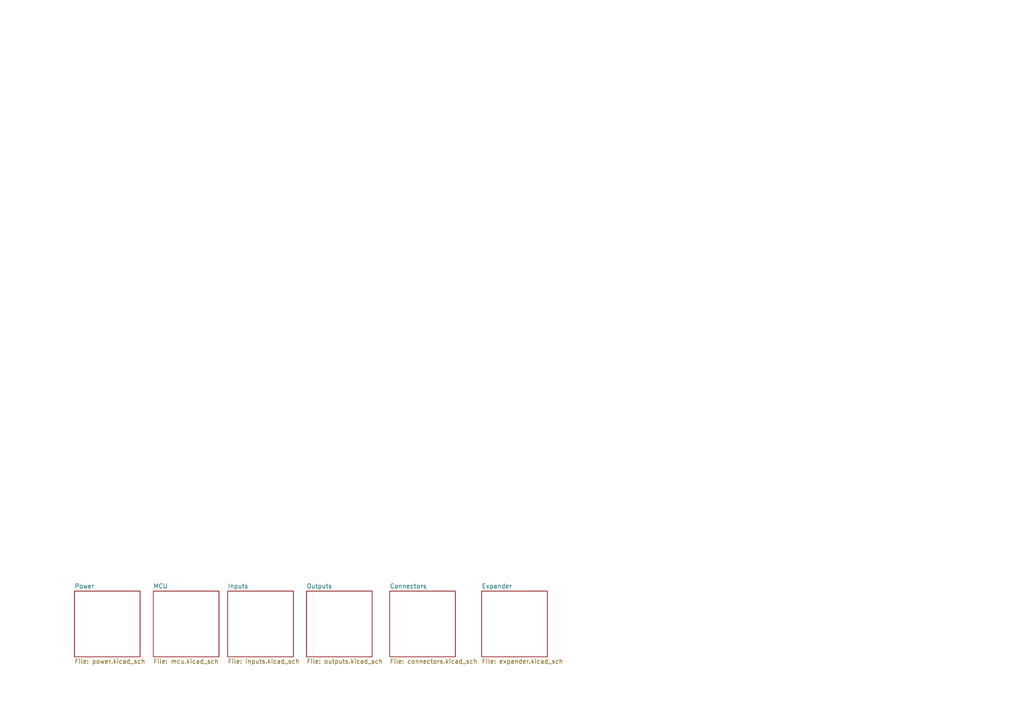
<source format=kicad_sch>
(kicad_sch (version 20211123) (generator eeschema)

  (uuid 9ad47c6e-d6b5-4ada-bb2f-5038e8081860)

  (paper "A4")

  (lib_symbols
  )


  (sheet (at 139.7 171.45) (size 19.05 19.05) (fields_autoplaced)
    (stroke (width 0.1524) (type solid) (color 0 0 0 0))
    (fill (color 0 0 0 0.0000))
    (uuid 710473eb-55c1-4327-8624-68f5f55162cf)
    (property "Sheet name" "Expander" (id 0) (at 139.7 170.7384 0)
      (effects (font (size 1.27 1.27)) (justify left bottom))
    )
    (property "Sheet file" "expander.kicad_sch" (id 1) (at 139.7 191.0846 0)
      (effects (font (size 1.27 1.27)) (justify left top))
    )
  )

  (sheet (at 66.04 171.45) (size 19.05 19.05) (fields_autoplaced)
    (stroke (width 0.1524) (type solid) (color 0 0 0 0))
    (fill (color 0 0 0 0.0000))
    (uuid 8d3ecefe-93d7-4df8-9de4-8c9748d6b0cf)
    (property "Sheet name" "Inputs" (id 0) (at 66.04 170.7384 0)
      (effects (font (size 1.27 1.27)) (justify left bottom))
    )
    (property "Sheet file" "inputs.kicad_sch" (id 1) (at 66.04 191.0846 0)
      (effects (font (size 1.27 1.27)) (justify left top))
    )
  )

  (sheet (at 44.45 171.45) (size 19.05 19.05) (fields_autoplaced)
    (stroke (width 0.1524) (type solid) (color 0 0 0 0))
    (fill (color 0 0 0 0.0000))
    (uuid 9b95e2f0-ee5f-419d-8e33-7dc2ad2b430a)
    (property "Sheet name" "MCU" (id 0) (at 44.45 170.7384 0)
      (effects (font (size 1.27 1.27)) (justify left bottom))
    )
    (property "Sheet file" "mcu.kicad_sch" (id 1) (at 44.45 191.0846 0)
      (effects (font (size 1.27 1.27)) (justify left top))
    )
  )

  (sheet (at 88.9 171.45) (size 19.05 19.05) (fields_autoplaced)
    (stroke (width 0.1524) (type solid) (color 0 0 0 0))
    (fill (color 0 0 0 0.0000))
    (uuid a030b28a-5d5f-41ce-9ce5-f04c98b326b6)
    (property "Sheet name" "Outputs" (id 0) (at 88.9 170.7384 0)
      (effects (font (size 1.27 1.27)) (justify left bottom))
    )
    (property "Sheet file" "outputs.kicad_sch" (id 1) (at 88.9 191.0846 0)
      (effects (font (size 1.27 1.27)) (justify left top))
    )
  )

  (sheet (at 21.59 171.45) (size 19.05 19.05) (fields_autoplaced)
    (stroke (width 0.1524) (type solid) (color 0 0 0 0))
    (fill (color 0 0 0 0.0000))
    (uuid abdbf003-0638-4f96-be56-29ad0165f3ee)
    (property "Sheet name" "Power" (id 0) (at 21.59 170.7384 0)
      (effects (font (size 1.27 1.27)) (justify left bottom))
    )
    (property "Sheet file" "power.kicad_sch" (id 1) (at 21.59 191.0846 0)
      (effects (font (size 1.27 1.27)) (justify left top))
    )
  )

  (sheet (at 113.03 171.45) (size 19.05 19.05) (fields_autoplaced)
    (stroke (width 0.1524) (type solid) (color 0 0 0 0))
    (fill (color 0 0 0 0.0000))
    (uuid b20559f4-779d-4a21-b727-9b98b41f997e)
    (property "Sheet name" "Connectors" (id 0) (at 113.03 170.7384 0)
      (effects (font (size 1.27 1.27)) (justify left bottom))
    )
    (property "Sheet file" "connectors.kicad_sch" (id 1) (at 113.03 191.0846 0)
      (effects (font (size 1.27 1.27)) (justify left top))
    )
  )

  (sheet_instances
    (path "/" (page "1"))
    (path "/9b95e2f0-ee5f-419d-8e33-7dc2ad2b430a" (page "2"))
    (path "/abdbf003-0638-4f96-be56-29ad0165f3ee" (page "3"))
    (path "/710473eb-55c1-4327-8624-68f5f55162cf" (page "4"))
    (path "/b20559f4-779d-4a21-b727-9b98b41f997e" (page "5"))
    (path "/8d3ecefe-93d7-4df8-9de4-8c9748d6b0cf" (page "6"))
    (path "/a030b28a-5d5f-41ce-9ce5-f04c98b326b6" (page "7"))
  )

  (symbol_instances
    (path "/9b95e2f0-ee5f-419d-8e33-7dc2ad2b430a/a195f325-8ee9-4d61-895a-cb3a71787401"
      (reference "#PWR0101") (unit 1) (value "GND") (footprint "")
    )
    (path "/9b95e2f0-ee5f-419d-8e33-7dc2ad2b430a/bcd9545c-7207-4a23-b6c5-48963821331e"
      (reference "#PWR0102") (unit 1) (value "GND") (footprint "")
    )
    (path "/9b95e2f0-ee5f-419d-8e33-7dc2ad2b430a/21472de1-625b-4dc7-b902-5fc59217f780"
      (reference "#PWR0103") (unit 1) (value "GND") (footprint "")
    )
    (path "/9b95e2f0-ee5f-419d-8e33-7dc2ad2b430a/843f6efc-aaac-4125-bc0b-75c8bf76a785"
      (reference "#PWR0104") (unit 1) (value "GND") (footprint "")
    )
    (path "/9b95e2f0-ee5f-419d-8e33-7dc2ad2b430a/3c66bcd1-98a8-465c-8fbd-869e5f69e216"
      (reference "#PWR0105") (unit 1) (value "GND") (footprint "")
    )
    (path "/9b95e2f0-ee5f-419d-8e33-7dc2ad2b430a/9d5d02b3-bb64-4c92-9221-88e3c2e03548"
      (reference "#PWR0106") (unit 1) (value "+5V") (footprint "")
    )
    (path "/9b95e2f0-ee5f-419d-8e33-7dc2ad2b430a/7929bd09-a0c6-47ce-9791-060651c38d4c"
      (reference "#PWR0107") (unit 1) (value "GND") (footprint "")
    )
    (path "/9b95e2f0-ee5f-419d-8e33-7dc2ad2b430a/9e5103d8-7cda-4b90-809c-1fa724db98b3"
      (reference "#PWR0108") (unit 1) (value "GND") (footprint "")
    )
    (path "/9b95e2f0-ee5f-419d-8e33-7dc2ad2b430a/0129e044-0161-45a4-8b27-869ec8978937"
      (reference "#PWR0109") (unit 1) (value "GND") (footprint "")
    )
    (path "/9b95e2f0-ee5f-419d-8e33-7dc2ad2b430a/602f6b0c-f11e-403b-a1b6-b696124fcdca"
      (reference "#PWR0110") (unit 1) (value "+5V") (footprint "")
    )
    (path "/9b95e2f0-ee5f-419d-8e33-7dc2ad2b430a/1695bc3d-b55d-4168-9915-495d7146482f"
      (reference "#PWR0111") (unit 1) (value "GND") (footprint "")
    )
    (path "/9b95e2f0-ee5f-419d-8e33-7dc2ad2b430a/0d012c68-224e-4dba-b218-0daa13aa385d"
      (reference "#PWR0112") (unit 1) (value "GND") (footprint "")
    )
    (path "/9b95e2f0-ee5f-419d-8e33-7dc2ad2b430a/1c6e716f-e951-4c87-89e0-9ea9809e98ce"
      (reference "#PWR0113") (unit 1) (value "+5V") (footprint "")
    )
    (path "/9b95e2f0-ee5f-419d-8e33-7dc2ad2b430a/d9c6f576-f831-4110-ba91-1e465298c98b"
      (reference "#PWR0114") (unit 1) (value "GND") (footprint "")
    )
    (path "/abdbf003-0638-4f96-be56-29ad0165f3ee/b4c19520-8465-4d83-ac58-3b99a5c1109f"
      (reference "#PWR0115") (unit 1) (value "GND") (footprint "")
    )
    (path "/abdbf003-0638-4f96-be56-29ad0165f3ee/a72838aa-3689-40a3-8780-2225ab0d8a09"
      (reference "#PWR0116") (unit 1) (value "+5V") (footprint "")
    )
    (path "/abdbf003-0638-4f96-be56-29ad0165f3ee/1f8f4422-cdd4-4cd2-9909-09721c55d860"
      (reference "#PWR0117") (unit 1) (value "+5V") (footprint "")
    )
    (path "/abdbf003-0638-4f96-be56-29ad0165f3ee/5b51cbbb-0d6b-4e37-9f7b-559c4a4dd979"
      (reference "#PWR0118") (unit 1) (value "GND") (footprint "")
    )
    (path "/abdbf003-0638-4f96-be56-29ad0165f3ee/8ba0d710-7f99-4eea-baee-64e74de0b9e9"
      (reference "#PWR0119") (unit 1) (value "GND") (footprint "")
    )
    (path "/abdbf003-0638-4f96-be56-29ad0165f3ee/9646627a-197e-480f-9441-0cf86842c777"
      (reference "#PWR0120") (unit 1) (value "GND") (footprint "")
    )
    (path "/abdbf003-0638-4f96-be56-29ad0165f3ee/3d07b880-f220-43bc-8aff-5ed761c05f9d"
      (reference "#PWR0121") (unit 1) (value "VDD") (footprint "")
    )
    (path "/abdbf003-0638-4f96-be56-29ad0165f3ee/07a6ba00-f4b7-475f-898d-4bc8f49432be"
      (reference "#PWR0122") (unit 1) (value "VDD") (footprint "")
    )
    (path "/abdbf003-0638-4f96-be56-29ad0165f3ee/e28655b6-4749-4714-a231-9f643ca67f51"
      (reference "#PWR0123") (unit 1) (value "GND") (footprint "")
    )
    (path "/abdbf003-0638-4f96-be56-29ad0165f3ee/680fbf75-1e45-4e60-bcf5-24b5c3595548"
      (reference "#PWR0124") (unit 1) (value "+5V") (footprint "")
    )
    (path "/abdbf003-0638-4f96-be56-29ad0165f3ee/4699f211-9ef0-431e-9e8e-547425628ae4"
      (reference "#PWR0125") (unit 1) (value "+3V3") (footprint "")
    )
    (path "/abdbf003-0638-4f96-be56-29ad0165f3ee/f875851f-2fad-47ca-b4a5-a2d45e6dbbee"
      (reference "#PWR0126") (unit 1) (value "+3V3") (footprint "")
    )
    (path "/abdbf003-0638-4f96-be56-29ad0165f3ee/ca4eb22c-cbeb-4d91-a494-a2575fefd685"
      (reference "#PWR0127") (unit 1) (value "GND") (footprint "")
    )
    (path "/8d3ecefe-93d7-4df8-9de4-8c9748d6b0cf/0ea6f3c3-728e-477a-8ea8-41b587a5381c"
      (reference "#PWR0128") (unit 1) (value "GND") (footprint "")
    )
    (path "/8d3ecefe-93d7-4df8-9de4-8c9748d6b0cf/0ea12e90-15c1-45d3-8e8a-33b2cb0e963c"
      (reference "#PWR0129") (unit 1) (value "GND") (footprint "")
    )
    (path "/8d3ecefe-93d7-4df8-9de4-8c9748d6b0cf/fcae33c6-2739-4788-b9bf-0c4318b232fc"
      (reference "#PWR0130") (unit 1) (value "+5V") (footprint "")
    )
    (path "/8d3ecefe-93d7-4df8-9de4-8c9748d6b0cf/e29eb680-1d3a-49fe-8d52-60bbb883a79a"
      (reference "#PWR0131") (unit 1) (value "+5V") (footprint "")
    )
    (path "/8d3ecefe-93d7-4df8-9de4-8c9748d6b0cf/d89a7ab3-4a11-4346-9d78-da89ba7638bb"
      (reference "#PWR0132") (unit 1) (value "GND") (footprint "")
    )
    (path "/8d3ecefe-93d7-4df8-9de4-8c9748d6b0cf/d090b69e-ee19-4112-828f-21b8b866519c"
      (reference "#PWR0133") (unit 1) (value "GND") (footprint "")
    )
    (path "/8d3ecefe-93d7-4df8-9de4-8c9748d6b0cf/692ab888-9ec7-4860-b5c2-a8826d772e5a"
      (reference "#PWR0134") (unit 1) (value "GND") (footprint "")
    )
    (path "/8d3ecefe-93d7-4df8-9de4-8c9748d6b0cf/2d8e1c55-f862-44ad-a761-dd560eeecd7c"
      (reference "#PWR0135") (unit 1) (value "GND") (footprint "")
    )
    (path "/8d3ecefe-93d7-4df8-9de4-8c9748d6b0cf/a955c826-fc6e-4279-99a1-9cd9d3e6e4dd"
      (reference "#PWR0136") (unit 1) (value "GND") (footprint "")
    )
    (path "/8d3ecefe-93d7-4df8-9de4-8c9748d6b0cf/6c877639-c990-43f6-afa5-a7e341b1ea6b"
      (reference "#PWR0137") (unit 1) (value "+5V") (footprint "")
    )
    (path "/9b95e2f0-ee5f-419d-8e33-7dc2ad2b430a/b1e27f09-c8a2-486f-8cfc-5fba3aee9c2e"
      (reference "#PWR0138") (unit 1) (value "+5V") (footprint "")
    )
    (path "/9b95e2f0-ee5f-419d-8e33-7dc2ad2b430a/5da89154-88bf-4b3f-b85b-ae456cad117a"
      (reference "#PWR0139") (unit 1) (value "GND") (footprint "")
    )
    (path "/8d3ecefe-93d7-4df8-9de4-8c9748d6b0cf/aec74ee0-5877-49c2-bd8c-65bf76b21aa8"
      (reference "#PWR0140") (unit 1) (value "GND") (footprint "")
    )
    (path "/8d3ecefe-93d7-4df8-9de4-8c9748d6b0cf/05c27469-09c4-4d9b-afe2-0590cc687737"
      (reference "#PWR0141") (unit 1) (value "GND") (footprint "")
    )
    (path "/8d3ecefe-93d7-4df8-9de4-8c9748d6b0cf/a371e587-de93-41dd-bb71-2de001d1000e"
      (reference "#PWR0142") (unit 1) (value "+5V") (footprint "")
    )
    (path "/8d3ecefe-93d7-4df8-9de4-8c9748d6b0cf/fce2bfeb-b8f8-4c83-8355-05713f4b6bcb"
      (reference "#PWR0143") (unit 1) (value "GND") (footprint "")
    )
    (path "/9b95e2f0-ee5f-419d-8e33-7dc2ad2b430a/a58bada2-5f40-4e29-96ec-6b39b64c6a03"
      (reference "#PWR0144") (unit 1) (value "GND") (footprint "")
    )
    (path "/9b95e2f0-ee5f-419d-8e33-7dc2ad2b430a/48005fee-0bf1-470d-a775-d4ec29e1a055"
      (reference "#PWR0145") (unit 1) (value "GND") (footprint "")
    )
    (path "/a030b28a-5d5f-41ce-9ce5-f04c98b326b6/441e5358-f681-4b3b-ae01-1f528eb3cf8a"
      (reference "#PWR0146") (unit 1) (value "GND") (footprint "")
    )
    (path "/9b95e2f0-ee5f-419d-8e33-7dc2ad2b430a/f3782287-7316-43ed-b28f-e23f2466c789"
      (reference "#PWR0147") (unit 1) (value "+5V") (footprint "")
    )
    (path "/a030b28a-5d5f-41ce-9ce5-f04c98b326b6/f15e6fec-c7b5-46e5-8ce0-27a509a1d49d"
      (reference "#PWR0148") (unit 1) (value "GND") (footprint "")
    )
    (path "/a030b28a-5d5f-41ce-9ce5-f04c98b326b6/d8894e36-3823-442e-b19d-cae4424acd17"
      (reference "#PWR0149") (unit 1) (value "GND") (footprint "")
    )
    (path "/a030b28a-5d5f-41ce-9ce5-f04c98b326b6/e2eb886f-f694-4bd2-8e36-563d2824d822"
      (reference "#PWR0150") (unit 1) (value "GND") (footprint "")
    )
    (path "/a030b28a-5d5f-41ce-9ce5-f04c98b326b6/eac9eebd-497e-45a3-a333-89b8ad509a58"
      (reference "#PWR0151") (unit 1) (value "GND") (footprint "")
    )
    (path "/a030b28a-5d5f-41ce-9ce5-f04c98b326b6/67f02974-32c6-4ede-b462-d118cc6a1588"
      (reference "#PWR0152") (unit 1) (value "GND") (footprint "")
    )
    (path "/a030b28a-5d5f-41ce-9ce5-f04c98b326b6/b426f88c-1773-4eb1-8a35-bfe2ce2efa63"
      (reference "#PWR0153") (unit 1) (value "Vdrive") (footprint "")
    )
    (path "/a030b28a-5d5f-41ce-9ce5-f04c98b326b6/8916c027-abd3-4e15-94f0-c97361eb31af"
      (reference "#PWR0154") (unit 1) (value "GND") (footprint "")
    )
    (path "/a030b28a-5d5f-41ce-9ce5-f04c98b326b6/32f96519-2b0f-4ee8-be5d-ca588cc4caef"
      (reference "#PWR0155") (unit 1) (value "Vdrive") (footprint "")
    )
    (path "/a030b28a-5d5f-41ce-9ce5-f04c98b326b6/a3c48d60-2498-4ab4-bb81-3826f615d3de"
      (reference "#PWR0156") (unit 1) (value "GND") (footprint "")
    )
    (path "/9b95e2f0-ee5f-419d-8e33-7dc2ad2b430a/a6082255-2552-44cb-b753-db8c04239771"
      (reference "#PWR0157") (unit 1) (value "+5V") (footprint "")
    )
    (path "/a030b28a-5d5f-41ce-9ce5-f04c98b326b6/9f4ccbbd-1dd9-4404-a328-d5ad4d537ee7"
      (reference "#PWR0158") (unit 1) (value "GND") (footprint "")
    )
    (path "/a030b28a-5d5f-41ce-9ce5-f04c98b326b6/4efe1927-c367-4d1f-b5b3-8d4873fc4da1"
      (reference "#PWR0159") (unit 1) (value "+5V") (footprint "")
    )
    (path "/b20559f4-779d-4a21-b727-9b98b41f997e/3264b4e8-20b2-44f6-b2ca-9c45309abebf"
      (reference "#PWR0160") (unit 1) (value "GND") (footprint "")
    )
    (path "/b20559f4-779d-4a21-b727-9b98b41f997e/77541d83-1653-4b3a-a91e-6212e29eb26d"
      (reference "#PWR0161") (unit 1) (value "GND") (footprint "")
    )
    (path "/b20559f4-779d-4a21-b727-9b98b41f997e/65ba76ed-7ac0-41e6-86f4-74f36b467f31"
      (reference "#PWR0162") (unit 1) (value "+5V") (footprint "")
    )
    (path "/b20559f4-779d-4a21-b727-9b98b41f997e/36705eeb-8787-4c62-97f5-bf3543b13b29"
      (reference "#PWR0163") (unit 1) (value "GND") (footprint "")
    )
    (path "/b20559f4-779d-4a21-b727-9b98b41f997e/8a782dfb-41d7-4711-b63d-4686244de82a"
      (reference "#PWR0164") (unit 1) (value "+5V") (footprint "")
    )
    (path "/b20559f4-779d-4a21-b727-9b98b41f997e/607fd9d1-2100-4649-9808-4cfea6b0e10c"
      (reference "#PWR0165") (unit 1) (value "GND") (footprint "")
    )
    (path "/a030b28a-5d5f-41ce-9ce5-f04c98b326b6/c80f3611-c9c6-40c6-a717-fa7f2845b743"
      (reference "#PWR0166") (unit 1) (value "+5V") (footprint "")
    )
    (path "/a030b28a-5d5f-41ce-9ce5-f04c98b326b6/49837f0e-71fd-40b7-9368-79d04b33601d"
      (reference "#PWR0167") (unit 1) (value "+5V") (footprint "")
    )
    (path "/9b95e2f0-ee5f-419d-8e33-7dc2ad2b430a/f06a39c7-b809-4b85-878f-0e13d0d541b2"
      (reference "C1") (unit 1) (value "22pF") (footprint "Capacitor_SMD:C_0805_2012Metric")
    )
    (path "/9b95e2f0-ee5f-419d-8e33-7dc2ad2b430a/dd2f37b2-65a5-48e6-96b6-1bbfe5edd305"
      (reference "C2") (unit 1) (value "22pF") (footprint "Capacitor_SMD:C_0805_2012Metric")
    )
    (path "/9b95e2f0-ee5f-419d-8e33-7dc2ad2b430a/7b177403-0ca3-4eb3-bec0-3b509701b4ab"
      (reference "C3") (unit 1) (value "0.1uF") (footprint "Capacitor_SMD:C_0805_2012Metric")
    )
    (path "/9b95e2f0-ee5f-419d-8e33-7dc2ad2b430a/24fe9a52-5a57-408a-81a4-fa3219cfa85b"
      (reference "C4") (unit 1) (value "0.1uF") (footprint "Capacitor_SMD:C_0805_2012Metric")
    )
    (path "/9b95e2f0-ee5f-419d-8e33-7dc2ad2b430a/db8e2f4e-ca2d-4d32-a219-4392f9f07023"
      (reference "C5") (unit 1) (value "0.1uF") (footprint "Capacitor_SMD:C_0805_2012Metric")
    )
    (path "/9b95e2f0-ee5f-419d-8e33-7dc2ad2b430a/ebe98489-0f3b-4d71-bfb3-9b927e050498"
      (reference "C6") (unit 1) (value "20pF") (footprint "Capacitor_SMD:C_0805_2012Metric")
    )
    (path "/9b95e2f0-ee5f-419d-8e33-7dc2ad2b430a/924652cd-e1e6-4efb-a376-9378bf0a296d"
      (reference "C7") (unit 1) (value "0.1uF") (footprint "Capacitor_SMD:C_0805_2012Metric")
    )
    (path "/9b95e2f0-ee5f-419d-8e33-7dc2ad2b430a/fdae1506-c979-4929-b52a-8dae60da0b25"
      (reference "C8") (unit 1) (value "1uF") (footprint "Capacitor_SMD:C_0805_2012Metric")
    )
    (path "/9b95e2f0-ee5f-419d-8e33-7dc2ad2b430a/5655d987-6d36-4696-af03-c8a16bf5f979"
      (reference "C9") (unit 1) (value "0.1uF") (footprint "Capacitor_SMD:C_0805_2012Metric")
    )
    (path "/9b95e2f0-ee5f-419d-8e33-7dc2ad2b430a/8a78fb2a-2dd5-4a80-bc63-a867a7436193"
      (reference "C10") (unit 1) (value "20pF") (footprint "Capacitor_SMD:C_0805_2012Metric")
    )
    (path "/9b95e2f0-ee5f-419d-8e33-7dc2ad2b430a/7aca1c10-3ef6-4d6c-83c6-a7e7f9b69332"
      (reference "C11") (unit 1) (value "20pF") (footprint "Capacitor_SMD:C_0805_2012Metric")
    )
    (path "/9b95e2f0-ee5f-419d-8e33-7dc2ad2b430a/d8a9c604-e6ce-4931-a37d-ecf7605f563c"
      (reference "C12") (unit 1) (value "0.1uF") (footprint "Capacitor_SMD:C_0805_2012Metric")
    )
    (path "/abdbf003-0638-4f96-be56-29ad0165f3ee/0892980b-87dd-48b2-a4a5-a55beeecda02"
      (reference "C13") (unit 1) (value "10uF") (footprint "Capacitor_Tantalum_SMD:CP_EIA-7343-31_Kemet-D")
    )
    (path "/abdbf003-0638-4f96-be56-29ad0165f3ee/91eddf68-a548-48c2-bc46-05216c84060f"
      (reference "C14") (unit 1) (value "10uF") (footprint "Capacitor_Tantalum_SMD:CP_EIA-3528-21_Kemet-B")
    )
    (path "/abdbf003-0638-4f96-be56-29ad0165f3ee/b0198903-fbde-4bd4-ab6b-73ac9be931e9"
      (reference "C15") (unit 1) (value "0.1uF") (footprint "Capacitor_SMD:C_0805_2012Metric")
    )
    (path "/abdbf003-0638-4f96-be56-29ad0165f3ee/8a74ba85-1e65-447c-97d0-d2ee5a60ea31"
      (reference "C16") (unit 1) (value "0.1uF") (footprint "Capacitor_SMD:C_0805_2012Metric")
    )
    (path "/abdbf003-0638-4f96-be56-29ad0165f3ee/7e1076d4-d011-49ba-b667-8946457dccc4"
      (reference "C17") (unit 1) (value "0.1uF") (footprint "Capacitor_SMD:C_0805_2012Metric")
    )
    (path "/abdbf003-0638-4f96-be56-29ad0165f3ee/2f19a702-8354-43be-8d34-61ceb295df75"
      (reference "C18") (unit 1) (value "22uF") (footprint "Capacitor_SMD:C_0805_2012Metric")
    )
    (path "/abdbf003-0638-4f96-be56-29ad0165f3ee/27fc5b89-d316-492b-81cb-21941b6341dc"
      (reference "C19") (unit 1) (value "22uF") (footprint "Capacitor_SMD:C_0805_2012Metric")
    )
    (path "/abdbf003-0638-4f96-be56-29ad0165f3ee/6dcb041d-0bd2-4854-85f1-ace1a9f08f02"
      (reference "C20") (unit 1) (value "10uF") (footprint "Capacitor_Tantalum_SMD:CP_EIA-3528-21_Kemet-B")
    )
    (path "/abdbf003-0638-4f96-be56-29ad0165f3ee/f1e7533c-65c5-421a-8513-41125c8ca402"
      (reference "C21") (unit 1) (value "0.1uF") (footprint "Capacitor_SMD:C_0805_2012Metric")
    )
    (path "/abdbf003-0638-4f96-be56-29ad0165f3ee/8afc068b-075e-4fb4-b1df-06aefce9f2fa"
      (reference "C22") (unit 1) (value "0.1uF") (footprint "Capacitor_SMD:C_0805_2012Metric")
    )
    (path "/abdbf003-0638-4f96-be56-29ad0165f3ee/78397d68-5c6e-4337-83b5-1319a69ce09e"
      (reference "C23") (unit 1) (value "47uF") (footprint "Capacitor_Tantalum_SMD:CP_EIA-3528-21_Kemet-B")
    )
    (path "/abdbf003-0638-4f96-be56-29ad0165f3ee/9d1ddb75-b02d-4185-9cc3-8879f52b172b"
      (reference "C24") (unit 1) (value "0.1uF") (footprint "Capacitor_SMD:C_0805_2012Metric")
    )
    (path "/8d3ecefe-93d7-4df8-9de4-8c9748d6b0cf/f229c435-9069-4bb6-a123-62f518937604"
      (reference "C25") (unit 1) (value "0.1uF") (footprint "Capacitor_SMD:C_0805_2012Metric")
    )
    (path "/8d3ecefe-93d7-4df8-9de4-8c9748d6b0cf/8a96ae70-66f4-476a-b73c-d48b7608030a"
      (reference "C26") (unit 1) (value "0.1uF") (footprint "Capacitor_SMD:C_0805_2012Metric")
    )
    (path "/8d3ecefe-93d7-4df8-9de4-8c9748d6b0cf/7016c802-53e2-4935-bad6-e4d21ee4780b"
      (reference "C27") (unit 1) (value "0.22uF") (footprint "Capacitor_SMD:C_0805_2012Metric")
    )
    (path "/8d3ecefe-93d7-4df8-9de4-8c9748d6b0cf/2e24b88f-da56-4520-9fb4-eefa568b3a7e"
      (reference "C28") (unit 1) (value "0.22uF") (footprint "Capacitor_SMD:C_0805_2012Metric")
    )
    (path "/8d3ecefe-93d7-4df8-9de4-8c9748d6b0cf/13408fbb-1960-4d05-921d-67989afcaf91"
      (reference "C29") (unit 1) (value "470pf") (footprint "Capacitor_SMD:C_0805_2012Metric")
    )
    (path "/8d3ecefe-93d7-4df8-9de4-8c9748d6b0cf/5873d6ae-2703-4fe2-a35d-f102301e3326"
      (reference "C30") (unit 1) (value "470pf") (footprint "Capacitor_SMD:C_0805_2012Metric")
    )
    (path "/8d3ecefe-93d7-4df8-9de4-8c9748d6b0cf/880e5546-6d08-43af-be60-64f636e151ca"
      (reference "C32") (unit 1) (value "0.1uF") (footprint "Capacitor_SMD:C_0805_2012Metric")
    )
    (path "/8d3ecefe-93d7-4df8-9de4-8c9748d6b0cf/09d69446-93b0-4416-a081-203a2c43ffdc"
      (reference "C33") (unit 1) (value "0.1uF") (footprint "Capacitor_SMD:C_0805_2012Metric")
    )
    (path "/8d3ecefe-93d7-4df8-9de4-8c9748d6b0cf/5fcca4d5-5c81-4f8f-b2fd-5a4ed445b087"
      (reference "C34") (unit 1) (value "0.1uF") (footprint "Capacitor_SMD:C_0805_2012Metric")
    )
    (path "/8d3ecefe-93d7-4df8-9de4-8c9748d6b0cf/d9b191e3-5197-4197-ae1e-97f9cd997cb3"
      (reference "C35") (unit 1) (value "0.22uF") (footprint "Capacitor_SMD:C_0805_2012Metric")
    )
    (path "/8d3ecefe-93d7-4df8-9de4-8c9748d6b0cf/d2c8a0aa-8a61-4f7d-93c4-4801a18db6be"
      (reference "C36") (unit 1) (value "0.22uF") (footprint "Capacitor_SMD:C_0805_2012Metric")
    )
    (path "/8d3ecefe-93d7-4df8-9de4-8c9748d6b0cf/11b5f525-082e-46c8-afa3-702551a260cf"
      (reference "C37") (unit 1) (value "0.22uF") (footprint "Capacitor_SMD:C_0805_2012Metric")
    )
    (path "/8d3ecefe-93d7-4df8-9de4-8c9748d6b0cf/8b03b306-a8c3-44a3-9264-ce4706f5ac8e"
      (reference "C38") (unit 1) (value "0.01uF") (footprint "Capacitor_SMD:C_0805_2012Metric")
    )
    (path "/8d3ecefe-93d7-4df8-9de4-8c9748d6b0cf/4d4b997d-7e5e-447c-afd3-8aed668182df"
      (reference "C39") (unit 1) (value "0.1uF") (footprint "Capacitor_SMD:C_0805_2012Metric")
    )
    (path "/a030b28a-5d5f-41ce-9ce5-f04c98b326b6/9595a8ea-69ce-407e-bdb4-d6112f134f72"
      (reference "C40") (unit 1) (value "0.1uF") (footprint "Capacitor_SMD:C_0805_2012Metric")
    )
    (path "/a030b28a-5d5f-41ce-9ce5-f04c98b326b6/31ae1bce-6a87-40aa-a975-c6d4da0609b9"
      (reference "C41") (unit 1) (value "1uF") (footprint "Capacitor_SMD:C_0805_2012Metric")
    )
    (path "/9b95e2f0-ee5f-419d-8e33-7dc2ad2b430a/53bd4587-0cd9-4151-ad0a-a37dd28a22e4"
      (reference "C42") (unit 1) (value "100nF") (footprint "Capacitor_SMD:C_0805_2012Metric")
    )
    (path "/9b95e2f0-ee5f-419d-8e33-7dc2ad2b430a/de86842e-33b2-40c5-a1a9-06671f15817f"
      (reference "C43") (unit 1) (value "100nF") (footprint "Capacitor_SMD:C_0805_2012Metric")
    )
    (path "/abdbf003-0638-4f96-be56-29ad0165f3ee/137785b7-92a3-4bf9-be35-9a4cc6b67709"
      (reference "D1") (unit 1) (value "B130-13-F") (footprint "Diode_SMD:D_SMA")
    )
    (path "/abdbf003-0638-4f96-be56-29ad0165f3ee/03494568-9e8e-489d-9562-272c485ded78"
      (reference "D2") (unit 1) (value "B130-13-F") (footprint "Diode_SMD:D_SMA")
    )
    (path "/abdbf003-0638-4f96-be56-29ad0165f3ee/839f67ec-1747-4891-8b28-5a66f8b13b4a"
      (reference "D3") (unit 1) (value "1SMB5919BT3G") (footprint "Diode_SMD:D_SMB")
    )
    (path "/abdbf003-0638-4f96-be56-29ad0165f3ee/8dbae6d9-2c23-47d5-bff6-e0b9a1902fac"
      (reference "D4") (unit 1) (value "+3.3V") (footprint "LED_SMD:LED_0805_2012Metric")
    )
    (path "/8d3ecefe-93d7-4df8-9de4-8c9748d6b0cf/e390db60-3454-4a5a-aee1-b56c20b4d06c"
      (reference "D5") (unit 1) (value "ZMM5V6") (footprint "Diode_SMD:D_SOD-123")
    )
    (path "/8d3ecefe-93d7-4df8-9de4-8c9748d6b0cf/f271d24e-9c43-4e65-9031-0e4e68317d9d"
      (reference "D6") (unit 1) (value "ZMM5V6") (footprint "Diode_SMD:D_SOD-123")
    )
    (path "/8d3ecefe-93d7-4df8-9de4-8c9748d6b0cf/42bc6d18-bded-410c-b1bf-c3ec56048a9c"
      (reference "D7") (unit 1) (value "ZMM5V6") (footprint "Diode_SMD:D_SOD-123")
    )
    (path "/8d3ecefe-93d7-4df8-9de4-8c9748d6b0cf/693b867e-18ec-414a-bbba-e1eb1fbe13cc"
      (reference "D8") (unit 1) (value "ZMM5V6") (footprint "Diode_SMD:D_SOD-123")
    )
    (path "/8d3ecefe-93d7-4df8-9de4-8c9748d6b0cf/f6932955-7e83-4193-8b43-a19d0b1c0944"
      (reference "D9") (unit 1) (value "ZMM5V6") (footprint "Diode_SMD:D_SOD-123")
    )
    (path "/8d3ecefe-93d7-4df8-9de4-8c9748d6b0cf/4c4c13a6-abf4-439f-8664-542a2efb53f2"
      (reference "D10") (unit 1) (value "ZMM5V6") (footprint "Diode_SMD:D_SOD-123")
    )
    (path "/8d3ecefe-93d7-4df8-9de4-8c9748d6b0cf/f7800f7c-f2f0-49ef-afda-143b6288736c"
      (reference "D11") (unit 1) (value "ZMM5V6") (footprint "Diode_SMD:D_SOD-123")
    )
    (path "/8d3ecefe-93d7-4df8-9de4-8c9748d6b0cf/d942aced-c690-4b0b-8af0-829951e3549e"
      (reference "D12") (unit 1) (value "ZMM5V6") (footprint "Diode_SMD:D_SOD-123")
    )
    (path "/8d3ecefe-93d7-4df8-9de4-8c9748d6b0cf/b83e9670-012c-47aa-b6fa-d7e58fc35406"
      (reference "D13") (unit 1) (value "ZMM5V6") (footprint "Diode_SMD:D_SOD-123")
    )
    (path "/8d3ecefe-93d7-4df8-9de4-8c9748d6b0cf/d3d1697f-12cb-4619-a31a-1957109024e3"
      (reference "D14") (unit 1) (value "ZMM5V6") (footprint "Diode_SMD:D_SOD-123")
    )
    (path "/a030b28a-5d5f-41ce-9ce5-f04c98b326b6/9dc7f7f2-651d-4f95-a3c4-367159a8903c"
      (reference "D15") (unit 1) (value "LED") (footprint "LED_SMD:LED_0805_2012Metric")
    )
    (path "/a030b28a-5d5f-41ce-9ce5-f04c98b326b6/1b8c933c-02cf-4595-850a-dc07de41a0f2"
      (reference "D16") (unit 1) (value "LED") (footprint "LED_SMD:LED_0805_2012Metric")
    )
    (path "/a030b28a-5d5f-41ce-9ce5-f04c98b326b6/e3e550a6-37d4-495b-9764-fe3bd83cb7a7"
      (reference "D17") (unit 1) (value "LED") (footprint "LED_SMD:LED_0805_2012Metric")
    )
    (path "/a030b28a-5d5f-41ce-9ce5-f04c98b326b6/f2aa1668-ae26-468c-8df9-1db4846b7916"
      (reference "D18") (unit 1) (value "1N4148") (footprint "Diode_SMD:D_0805_2012Metric_Pad1.15x1.40mm_HandSolder")
    )
    (path "/a030b28a-5d5f-41ce-9ce5-f04c98b326b6/fda5c65c-85ff-4587-893f-ac832e329791"
      (reference "D19") (unit 1) (value "LED") (footprint "LED_SMD:LED_0805_2012Metric")
    )
    (path "/a030b28a-5d5f-41ce-9ce5-f04c98b326b6/3a9c45c4-05da-4027-b153-a8dcaf87d2a6"
      (reference "D20") (unit 1) (value "1N4148") (footprint "Diode_SMD:D_0805_2012Metric_Pad1.15x1.40mm_HandSolder")
    )
    (path "/9b95e2f0-ee5f-419d-8e33-7dc2ad2b430a/15a5d1e7-e340-451a-94d9-6c50171a7d93"
      (reference "D21") (unit 1) (value "LED") (footprint "LED_SMD:LED_0805_2012Metric")
    )
    (path "/9b95e2f0-ee5f-419d-8e33-7dc2ad2b430a/5d21b4db-17fe-4d03-b310-8abb4b3e2a5a"
      (reference "D22") (unit 1) (value "LED") (footprint "LED_SMD:LED_0805_2012Metric")
    )
    (path "/9b95e2f0-ee5f-419d-8e33-7dc2ad2b430a/30d18c6a-0f8c-43a7-b6e8-e6c615353588"
      (reference "F1") (unit 1) (value "Polyfuse") (footprint "Fuse:Fuse_1812_4532Metric")
    )
    (path "/9b95e2f0-ee5f-419d-8e33-7dc2ad2b430a/ca085595-5a2b-44e5-8b39-463cc44fea63"
      (reference "J1") (unit 1) (value "USB") (footprint "Alpha ECU:USB Connector")
    )
    (path "/9b95e2f0-ee5f-419d-8e33-7dc2ad2b430a/87542c2d-bb77-44d2-a67d-c9a3eae46fdd"
      (reference "J2") (unit 1) (value "Bluetooth") (footprint "Connector_PinHeader_2.54mm:PinHeader_1x06_P2.54mm_Vertical")
    )
    (path "/b20559f4-779d-4a21-b727-9b98b41f997e/d32efa25-6ae5-4593-95a2-6cf20b972199"
      (reference "J5") (unit 1) (value "Main Expander") (footprint "Alpha ECU:Expansion 1")
    )
    (path "/b20559f4-779d-4a21-b727-9b98b41f997e/da7533b2-6c60-4b8b-9920-de75c7457a38"
      (reference "J6") (unit 1) (value "Expander Supp") (footprint "Alpha ECU:Expansion 2")
    )
    (path "/b20559f4-779d-4a21-b727-9b98b41f997e/538d339e-ed69-4565-ab06-c0c148a0cccd"
      (reference "J7") (unit 1) (value "EXP Power") (footprint "Alpha ECU:Expansion 3")
    )
    (path "/9b95e2f0-ee5f-419d-8e33-7dc2ad2b430a/711e9008-f800-4d44-9a18-be0ce09962c5"
      (reference "J8") (unit 1) (value "Prog Port") (footprint "Connector_PinHeader_2.54mm:PinHeader_2x03_P2.54mm_Vertical")
    )
    (path "/b20559f4-779d-4a21-b727-9b98b41f997e/8772b223-da26-4ce3-9511-ab268b83352d"
      (reference "J9") (unit 1) (value "Main Connector") (footprint "Alpha ECU:Main Connector")
    )
    (path "/abdbf003-0638-4f96-be56-29ad0165f3ee/cd127828-3713-4e86-8b88-d89f9d18c6de"
      (reference "JP1") (unit 1) (value "PGM / RUN") (footprint "Connector_PinHeader_2.54mm:PinHeader_1x02_P2.54mm_Vertical")
    )
    (path "/8d3ecefe-93d7-4df8-9de4-8c9748d6b0cf/26e89463-2834-4ef9-a94f-f623d58ef07b"
      (reference "JP2") (unit 1) (value "PULL-UP") (footprint "Connector_PinHeader_2.54mm:PinHeader_1x02_P2.54mm_Vertical")
    )
    (path "/8d3ecefe-93d7-4df8-9de4-8c9748d6b0cf/7c7e20b3-4519-4a45-8717-d86076c94208"
      (reference "JP3") (unit 1) (value "PULL-UP") (footprint "Connector_PinHeader_2.54mm:PinHeader_1x02_P2.54mm_Vertical")
    )
    (path "/a030b28a-5d5f-41ce-9ce5-f04c98b326b6/d20356c3-7e05-4e69-9cdc-c5e5feb69305"
      (reference "JP4") (unit 1) (value "Ignition Voltage") (footprint "Connector_PinHeader_2.54mm:PinHeader_1x03_P2.54mm_Vertical")
    )
    (path "/8d3ecefe-93d7-4df8-9de4-8c9748d6b0cf/18014fb1-f61b-48bb-b2cd-ca59ec552938"
      (reference "JP5") (unit 1) (value "PULL-UP") (footprint "Jumper:SolderJumper-2_P1.3mm_Open_Pad1.0x1.5mm")
    )
    (path "/8d3ecefe-93d7-4df8-9de4-8c9748d6b0cf/c165c590-cb1d-4bda-89f3-e1dfff5a5957"
      (reference "JP6") (unit 1) (value "PULL-UP") (footprint "Jumper:SolderJumper-2_P1.3mm_Open_Pad1.0x1.5mm")
    )
    (path "/abdbf003-0638-4f96-be56-29ad0165f3ee/073097ac-6c4a-432a-b1a9-5674778a2173"
      (reference "Q1") (unit 1) (value "FDN340P") (footprint "Package_TO_SOT_SMD:SOT-23")
    )
    (path "/a030b28a-5d5f-41ce-9ce5-f04c98b326b6/6462e70b-e1a2-475e-b85a-273d6610dc1b"
      (reference "Q2") (unit 1) (value "STD95N2LH5") (footprint "Package_TO_SOT_SMD:TO-252-3_TabPin2")
    )
    (path "/a030b28a-5d5f-41ce-9ce5-f04c98b326b6/0b41dd6b-a23a-483f-9c0a-39cf12796403"
      (reference "Q3") (unit 1) (value "STD95N2LH5") (footprint "Package_TO_SOT_SMD:TO-252-3_TabPin2")
    )
    (path "/a030b28a-5d5f-41ce-9ce5-f04c98b326b6/07d9fe02-bae8-4213-bab8-c1a39e33c055"
      (reference "Q4") (unit 1) (value "PN2222A") (footprint "Package_TO_SOT_SMD:SOT-23")
    )
    (path "/9b95e2f0-ee5f-419d-8e33-7dc2ad2b430a/fb504981-aec2-44e6-9020-23d2b40fb2be"
      (reference "R1") (unit 1) (value "0R") (footprint "Resistor_SMD:R_0805_2012Metric")
    )
    (path "/9b95e2f0-ee5f-419d-8e33-7dc2ad2b430a/df64f9f1-be2c-4cbc-98af-f6dadbe99a2d"
      (reference "R2") (unit 1) (value "0R") (footprint "Resistor_SMD:R_0805_2012Metric")
    )
    (path "/9b95e2f0-ee5f-419d-8e33-7dc2ad2b430a/12c06a39-9031-4a38-82c7-32809af5ccfa"
      (reference "R3") (unit 1) (value "1M") (footprint "Resistor_SMD:R_0805_2012Metric")
    )
    (path "/9b95e2f0-ee5f-419d-8e33-7dc2ad2b430a/a24f2829-2b68-4a36-b7d3-4bdc673fc8ea"
      (reference "R4") (unit 1) (value "10K") (footprint "Resistor_SMD:R_0805_2012Metric")
    )
    (path "/9b95e2f0-ee5f-419d-8e33-7dc2ad2b430a/765c2ee9-f45b-46e4-97e8-23e15c850686"
      (reference "R5") (unit 1) (value "2k") (footprint "Resistor_SMD:R_0805_2012Metric")
    )
    (path "/9b95e2f0-ee5f-419d-8e33-7dc2ad2b430a/f7174b6a-1df0-40c6-996c-913b1199708e"
      (reference "R6") (unit 1) (value "1k") (footprint "Resistor_SMD:R_0805_2012Metric")
    )
    (path "/abdbf003-0638-4f96-be56-29ad0165f3ee/07f5dc33-ffe6-4cb3-a39a-180b48318462"
      (reference "R7") (unit 1) (value "10K") (footprint "Resistor_SMD:R_0805_2012Metric")
    )
    (path "/abdbf003-0638-4f96-be56-29ad0165f3ee/98d15f2c-6484-4ea2-8d58-79b04731d5b4"
      (reference "R8") (unit 1) (value "10K") (footprint "Resistor_SMD:R_0805_2012Metric")
    )
    (path "/abdbf003-0638-4f96-be56-29ad0165f3ee/f196066e-0e0f-4349-a9e9-909d23378e59"
      (reference "R9") (unit 1) (value "10k") (footprint "Resistor_SMD:R_0805_2012Metric")
    )
    (path "/abdbf003-0638-4f96-be56-29ad0165f3ee/0cb88fa8-7c66-4efa-a1e9-6dc5fcb90bd4"
      (reference "R10") (unit 1) (value "510") (footprint "Resistor_SMD:R_0805_2012Metric")
    )
    (path "/abdbf003-0638-4f96-be56-29ad0165f3ee/9c9e16d7-320d-4ed2-9216-b834de579d6e"
      (reference "R11") (unit 1) (value "10K") (footprint "Resistor_SMD:R_0805_2012Metric")
    )
    (path "/abdbf003-0638-4f96-be56-29ad0165f3ee/cc1bcc98-80db-4b99-84f7-565e34a56a8d"
      (reference "R12") (unit 1) (value "10K") (footprint "Resistor_SMD:R_0805_2012Metric")
    )
    (path "/8d3ecefe-93d7-4df8-9de4-8c9748d6b0cf/ddc36c0e-e115-4043-b6d9-7bb29e13c541"
      (reference "R13") (unit 1) (value "1k") (footprint "Resistor_SMD:R_0805_2012Metric")
    )
    (path "/8d3ecefe-93d7-4df8-9de4-8c9748d6b0cf/7e90b4c3-6be9-497a-8206-1fa86c54a17f"
      (reference "R14") (unit 1) (value "3.9k") (footprint "Resistor_SMD:R_0805_2012Metric")
    )
    (path "/8d3ecefe-93d7-4df8-9de4-8c9748d6b0cf/e6109168-3db7-4ff1-b682-3ed24ae41df4"
      (reference "R15") (unit 1) (value "470R") (footprint "Resistor_SMD:R_0805_2012Metric")
    )
    (path "/8d3ecefe-93d7-4df8-9de4-8c9748d6b0cf/c65ec99c-3b2c-46fd-b97e-432c6c22b4a5"
      (reference "R16") (unit 1) (value "470R") (footprint "Resistor_SMD:R_0805_2012Metric")
    )
    (path "/8d3ecefe-93d7-4df8-9de4-8c9748d6b0cf/fcbde601-79d2-4161-bfaa-a89811d29f96"
      (reference "R17") (unit 1) (value "470R") (footprint "Resistor_SMD:R_0805_2012Metric")
    )
    (path "/8d3ecefe-93d7-4df8-9de4-8c9748d6b0cf/87f8d4ef-6aee-42b8-8251-1a9c8be3ac52"
      (reference "R18") (unit 1) (value "470R") (footprint "Resistor_SMD:R_0805_2012Metric")
    )
    (path "/a030b28a-5d5f-41ce-9ce5-f04c98b326b6/d495e849-f303-4ebe-af64-53693673d5d9"
      (reference "R19") (unit 1) (value "220") (footprint "Resistor_SMD:R_0805_2012Metric")
    )
    (path "/8d3ecefe-93d7-4df8-9de4-8c9748d6b0cf/680bafc8-7e73-4f84-8cda-17cfea146b02"
      (reference "R20") (unit 1) (value "2.49k") (footprint "Resistor_SMD:R_0805_2012Metric")
    )
    (path "/8d3ecefe-93d7-4df8-9de4-8c9748d6b0cf/4f2b98a9-da89-4bbe-9cca-c673596b4862"
      (reference "R21") (unit 1) (value "2.49k") (footprint "Resistor_SMD:R_0805_2012Metric")
    )
    (path "/8d3ecefe-93d7-4df8-9de4-8c9748d6b0cf/b13ff81a-ad99-4136-80e3-e3e8193d78c7"
      (reference "R22") (unit 1) (value "1k") (footprint "Resistor_SMD:R_0805_2012Metric")
    )
    (path "/8d3ecefe-93d7-4df8-9de4-8c9748d6b0cf/bddc3231-eb24-449a-8a83-45c92d8b9498"
      (reference "R23") (unit 1) (value "470R") (footprint "Resistor_SMD:R_0805_2012Metric")
    )
    (path "/8d3ecefe-93d7-4df8-9de4-8c9748d6b0cf/faf3846e-985b-494c-8083-b76317bcff36"
      (reference "R24") (unit 1) (value "470R") (footprint "Resistor_SMD:R_0805_2012Metric")
    )
    (path "/8d3ecefe-93d7-4df8-9de4-8c9748d6b0cf/dcd36c97-2f84-46a2-b804-84e8f465d546"
      (reference "R25") (unit 1) (value "470R") (footprint "Resistor_SMD:R_0805_2012Metric")
    )
    (path "/8d3ecefe-93d7-4df8-9de4-8c9748d6b0cf/9aae0d83-8e25-48e5-9773-c381347edba4"
      (reference "R26") (unit 1) (value "1k") (footprint "Resistor_SMD:R_0805_2012Metric")
    )
    (path "/8d3ecefe-93d7-4df8-9de4-8c9748d6b0cf/66449c76-2325-432e-9129-52776f567029"
      (reference "R27") (unit 1) (value "1k") (footprint "Resistor_SMD:R_0805_2012Metric")
    )
    (path "/8d3ecefe-93d7-4df8-9de4-8c9748d6b0cf/558855b7-8b1c-4153-a45e-a9e571c61f8b"
      (reference "R28") (unit 1) (value "1K") (footprint "Resistor_SMD:R_0805_2012Metric")
    )
    (path "/8d3ecefe-93d7-4df8-9de4-8c9748d6b0cf/a5b3eeb6-0e13-4c37-9536-3e1f53c822a8"
      (reference "R29") (unit 1) (value "1K") (footprint "Resistor_SMD:R_0805_2012Metric")
    )
    (path "/a030b28a-5d5f-41ce-9ce5-f04c98b326b6/66db9a4c-df33-439a-a622-af1219fac3ce"
      (reference "R30") (unit 1) (value "100k") (footprint "Resistor_SMD:R_0805_2012Metric")
    )
    (path "/a030b28a-5d5f-41ce-9ce5-f04c98b326b6/fa0336b8-0bcf-49f4-80fc-63cab374f8cd"
      (reference "R31") (unit 1) (value "100k") (footprint "Resistor_SMD:R_0805_2012Metric")
    )
    (path "/a030b28a-5d5f-41ce-9ce5-f04c98b326b6/f4e8af81-8e1a-48cf-b0a1-7e5a7f7e5369"
      (reference "R32") (unit 1) (value "1k") (footprint "Resistor_SMD:R_0805_2012Metric")
    )
    (path "/a030b28a-5d5f-41ce-9ce5-f04c98b326b6/568290ba-1ca2-4bed-a2db-5f7b96aee4b8"
      (reference "R33") (unit 1) (value "1k") (footprint "Resistor_SMD:R_0805_2012Metric")
    )
    (path "/a030b28a-5d5f-41ce-9ce5-f04c98b326b6/033cfbe3-3924-4420-8982-318d630cc03f"
      (reference "R34") (unit 1) (value "220") (footprint "Resistor_SMD:R_0805_2012Metric")
    )
    (path "/a030b28a-5d5f-41ce-9ce5-f04c98b326b6/f35622af-623f-4ee1-996d-39b499f641b9"
      (reference "R35") (unit 1) (value "220") (footprint "Resistor_SMD:R_0805_2012Metric")
    )
    (path "/a030b28a-5d5f-41ce-9ce5-f04c98b326b6/466f58b0-f0cd-4f5c-bbea-11ef969541fc"
      (reference "R36") (unit 1) (value "2.4k") (footprint "Resistor_SMD:R_0805_2012Metric")
    )
    (path "/a030b28a-5d5f-41ce-9ce5-f04c98b326b6/8a4b270b-faca-4864-84b1-b307f317a439"
      (reference "R37") (unit 1) (value "2.4k") (footprint "Resistor_SMD:R_0805_2012Metric")
    )
    (path "/a030b28a-5d5f-41ce-9ce5-f04c98b326b6/37374ea4-099b-4fea-bfa3-e0309d50d89b"
      (reference "R38") (unit 1) (value "10K") (footprint "Resistor_SMD:R_0805_2012Metric")
    )
    (path "/a030b28a-5d5f-41ce-9ce5-f04c98b326b6/613e1344-95bb-4e1b-aed1-5f164dabe214"
      (reference "R39") (unit 1) (value "10R") (footprint "Resistor_SMD:R_0805_2012Metric")
    )
    (path "/a030b28a-5d5f-41ce-9ce5-f04c98b326b6/3340c0c1-e58a-4179-a686-a0af9b191ecb"
      (reference "R40") (unit 1) (value "10R") (footprint "Resistor_SMD:R_0805_2012Metric")
    )
    (path "/a030b28a-5d5f-41ce-9ce5-f04c98b326b6/999b6c93-d7e2-4177-b70d-7d33cedbf72c"
      (reference "R41") (unit 1) (value "220") (footprint "Resistor_SMD:R_0805_2012Metric")
    )
    (path "/a030b28a-5d5f-41ce-9ce5-f04c98b326b6/c75a421e-60e6-4552-9092-44c4f73d7225"
      (reference "R42") (unit 1) (value "220") (footprint "Resistor_SMD:R_0805_2012Metric")
    )
    (path "/a030b28a-5d5f-41ce-9ce5-f04c98b326b6/22aafa4c-0757-4071-bf30-970317dd72a7"
      (reference "R43") (unit 1) (value "10K") (footprint "Resistor_SMD:R_0805_2012Metric")
    )
    (path "/9b95e2f0-ee5f-419d-8e33-7dc2ad2b430a/af5fd80e-7eba-4221-95c0-021cfae53663"
      (reference "R44") (unit 1) (value "220") (footprint "Resistor_SMD:R_0805_2012Metric")
    )
    (path "/9b95e2f0-ee5f-419d-8e33-7dc2ad2b430a/c64d47e3-78ef-44b4-b5cd-c45bbfef2cb3"
      (reference "R45") (unit 1) (value "220") (footprint "Resistor_SMD:R_0805_2012Metric")
    )
    (path "/9b95e2f0-ee5f-419d-8e33-7dc2ad2b430a/de28481a-b525-4d7d-a2c1-150d1101d791"
      (reference "R46") (unit 1) (value "10K") (footprint "Resistor_SMD:R_0805_2012Metric")
    )
    (path "/9b95e2f0-ee5f-419d-8e33-7dc2ad2b430a/baedae7a-0c37-442b-955c-dd18dcc561e5"
      (reference "R47") (unit 1) (value "10K") (footprint "Resistor_SMD:R_0805_2012Metric")
    )
    (path "/9b95e2f0-ee5f-419d-8e33-7dc2ad2b430a/1f0aef59-653b-466e-ba82-b00ba335612d"
      (reference "R48") (unit 1) (value "10K") (footprint "Resistor_SMD:R_0805_2012Metric")
    )
    (path "/9b95e2f0-ee5f-419d-8e33-7dc2ad2b430a/a49c4668-a5d4-4c1a-9364-52031031c447"
      (reference "RESET1") (unit 1) (value "RESET") (footprint "Button_Switch_SMD:SW_Push_SPST_NO_Alps_SKRK")
    )
    (path "/9b95e2f0-ee5f-419d-8e33-7dc2ad2b430a/e626e5ca-4067-4b21-83d3-7756b9b1c0c5"
      (reference "SW1") (unit 1) (value "USB Reset") (footprint "Button_Switch_SMD:SW_Push_SPST_NO_Alps_SKRK")
    )
    (path "/9b95e2f0-ee5f-419d-8e33-7dc2ad2b430a/42419ac6-5c99-4f82-95d0-bb16e6deec41"
      (reference "U1") (unit 1) (value "CH340G") (footprint "Package_SO:SOIC-16_3.9x9.9mm_P1.27mm")
    )
    (path "/9b95e2f0-ee5f-419d-8e33-7dc2ad2b430a/a500a5fc-b48f-4a57-a624-637a3d0d0945"
      (reference "U2") (unit 1) (value "ATmega2560-16A") (footprint "Package_QFP:TQFP-100_14x14mm_P0.5mm")
    )
    (path "/abdbf003-0638-4f96-be56-29ad0165f3ee/1513f064-aa8e-4fe4-aef1-e1950ef63a19"
      (reference "U3") (unit 1) (value "AMS1117-3.3") (footprint "Package_TO_SOT_SMD:SOT-223-3_TabPin2")
    )
    (path "/abdbf003-0638-4f96-be56-29ad0165f3ee/7094681a-1ee5-4e8f-b695-47842d6d6f63"
      (reference "U4") (unit 1) (value "LM2940S-5.0/NOPB") (footprint "Package_TO_SOT_SMD:SOT-223-3_TabPin2")
    )
    (path "/abdbf003-0638-4f96-be56-29ad0165f3ee/95c43caa-655b-4cf9-a040-fa01aa5a96b3"
      (reference "U5") (unit 1) (value "LM358") (footprint "Package_SO:SOIC-8_3.9x4.9mm_P1.27mm")
    )
    (path "/abdbf003-0638-4f96-be56-29ad0165f3ee/330b04c4-e038-4d2a-be90-c77a4b29dc55"
      (reference "U5") (unit 2) (value "LM358") (footprint "Package_SO:SOIC-8_3.9x4.9mm_P1.27mm")
    )
    (path "/abdbf003-0638-4f96-be56-29ad0165f3ee/5e7b7203-64cc-4bfe-938d-2e41df47f035"
      (reference "U5") (unit 3) (value "LM358") (footprint "Package_SO:SOIC-8_3.9x4.9mm_P1.27mm")
    )
    (path "/a030b28a-5d5f-41ce-9ce5-f04c98b326b6/cd3936ff-9c39-4ca5-b21f-253dbad83458"
      (reference "U7") (unit 1) (value "TC4424A") (footprint "Package_SO:SOIC-8_3.9x4.9mm_P1.27mm")
    )
    (path "/9b95e2f0-ee5f-419d-8e33-7dc2ad2b430a/b73d6e67-48f8-4e1d-af89-79dcf54f5cc9"
      (reference "Y1") (unit 1) (value "12M") (footprint "Crystal:Crystal_SMD_3225-4Pin_3.2x2.5mm")
    )
    (path "/9b95e2f0-ee5f-419d-8e33-7dc2ad2b430a/87caaefe-e37d-4fa6-bf38-8e90937748df"
      (reference "Y2") (unit 1) (value "16M") (footprint "Crystal:Crystal_SMD_3225-4Pin_3.2x2.5mm")
    )
  )
)

</source>
